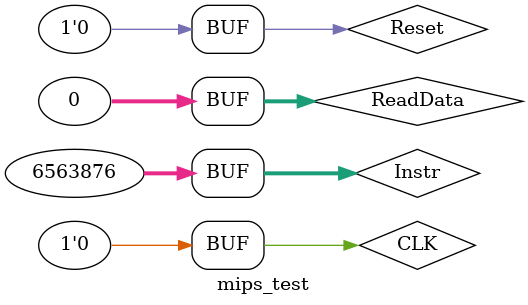
<source format=v>
`timescale 1ns / 1ps


module mips_test();
	reg CLK, Reset;
	wire [31:0] PC;
	reg [31:0] Instr;
	wire MemWrite;
	wire [31:0] ALUOut, WriteData;
	reg [31:0] ReadData;
	
	singleMIPS myMips(CLK, Reset, PC, Instr, MemWrite, ALUOut, WriteData, ReadData);
	
	initial
	begin
		CLK = 0;
		Reset = 0;
		ReadData[31:0] <= 32'h0;
	end
	initial
	begin
		#5 CLK = ~CLK;
		Instr[31:0] <= 32'h20022005;
		#5 CLK = ~CLK;
		Instr[31:0] <= 32'h2003000c;
		#5 CLK = ~CLK;
		Instr[31:0] <= 32'h2067fff7;
		#5 CLK = ~CLK;
		Instr[31:0] <= 32'h00e22025;
		#5 CLK = ~CLK;
		Instr[31:0] <= 32'h00642824;
	end
		
endmodule

</source>
